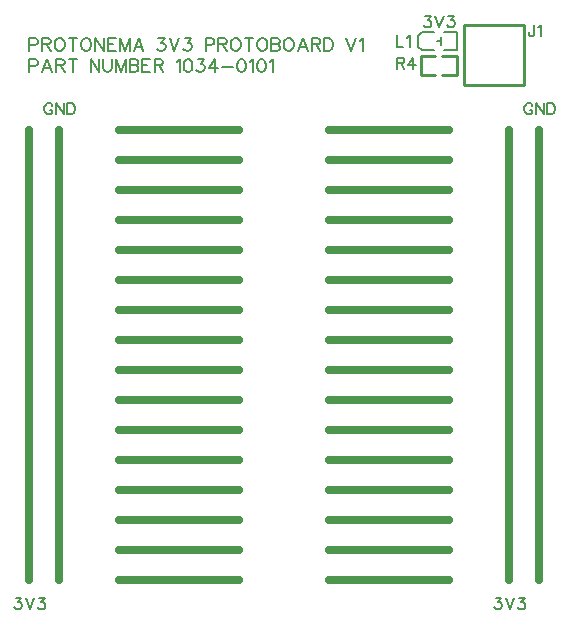
<source format=gto>
G04 Layer: TopSilkscreenLayer*
G04 EasyEDA v6.5.29, 2023-07-20 18:43:14*
G04 584fbfd00d72432697d27f506c2f3648,5a6b42c53f6a479593ecc07194224c93,10*
G04 Gerber Generator version 0.2*
G04 Scale: 100 percent, Rotated: No, Reflected: No *
G04 Dimensions in millimeters *
G04 leading zeros omitted , absolute positions ,4 integer and 5 decimal *
%FSLAX45Y45*%
%MOMM*%

%ADD10C,0.1524*%
%ADD11C,0.6350*%
%ADD12C,0.1500*%
%ADD13C,0.2540*%

%LPD*%
D10*
X762000Y5423915D02*
G01*
X762000Y5314950D01*
X762000Y5423915D02*
G01*
X808736Y5423915D01*
X824229Y5418836D01*
X829563Y5413502D01*
X834644Y5403087D01*
X834644Y5387594D01*
X829563Y5377179D01*
X824229Y5372100D01*
X808736Y5366765D01*
X762000Y5366765D01*
X910589Y5423915D02*
G01*
X868934Y5314950D01*
X910589Y5423915D02*
G01*
X952245Y5314950D01*
X884681Y5351271D02*
G01*
X936497Y5351271D01*
X986536Y5423915D02*
G01*
X986536Y5314950D01*
X986536Y5423915D02*
G01*
X1033271Y5423915D01*
X1048765Y5418836D01*
X1054100Y5413502D01*
X1059179Y5403087D01*
X1059179Y5392673D01*
X1054100Y5382260D01*
X1048765Y5377179D01*
X1033271Y5372100D01*
X986536Y5372100D01*
X1022857Y5372100D02*
G01*
X1059179Y5314950D01*
X1129792Y5423915D02*
G01*
X1129792Y5314950D01*
X1093470Y5423915D02*
G01*
X1166113Y5423915D01*
X1280413Y5423915D02*
G01*
X1280413Y5314950D01*
X1280413Y5423915D02*
G01*
X1353312Y5314950D01*
X1353312Y5423915D02*
G01*
X1353312Y5314950D01*
X1387602Y5423915D02*
G01*
X1387602Y5345937D01*
X1392681Y5330444D01*
X1403095Y5320029D01*
X1418589Y5314950D01*
X1429004Y5314950D01*
X1444752Y5320029D01*
X1455165Y5330444D01*
X1460245Y5345937D01*
X1460245Y5423915D01*
X1494536Y5423915D02*
G01*
X1494536Y5314950D01*
X1494536Y5423915D02*
G01*
X1536192Y5314950D01*
X1577594Y5423915D02*
G01*
X1536192Y5314950D01*
X1577594Y5423915D02*
G01*
X1577594Y5314950D01*
X1611884Y5423915D02*
G01*
X1611884Y5314950D01*
X1611884Y5423915D02*
G01*
X1658620Y5423915D01*
X1674368Y5418836D01*
X1679447Y5413502D01*
X1684781Y5403087D01*
X1684781Y5392673D01*
X1679447Y5382260D01*
X1674368Y5377179D01*
X1658620Y5372100D01*
X1611884Y5372100D02*
G01*
X1658620Y5372100D01*
X1674368Y5366765D01*
X1679447Y5361686D01*
X1684781Y5351271D01*
X1684781Y5335523D01*
X1679447Y5325110D01*
X1674368Y5320029D01*
X1658620Y5314950D01*
X1611884Y5314950D01*
X1719071Y5423915D02*
G01*
X1719071Y5314950D01*
X1719071Y5423915D02*
G01*
X1786636Y5423915D01*
X1719071Y5372100D02*
G01*
X1760473Y5372100D01*
X1719071Y5314950D02*
G01*
X1786636Y5314950D01*
X1820926Y5423915D02*
G01*
X1820926Y5314950D01*
X1820926Y5423915D02*
G01*
X1867662Y5423915D01*
X1883155Y5418836D01*
X1888489Y5413502D01*
X1893570Y5403087D01*
X1893570Y5392673D01*
X1888489Y5382260D01*
X1883155Y5377179D01*
X1867662Y5372100D01*
X1820926Y5372100D01*
X1857247Y5372100D02*
G01*
X1893570Y5314950D01*
X2007870Y5403087D02*
G01*
X2018284Y5408421D01*
X2033777Y5423915D01*
X2033777Y5314950D01*
X2099309Y5423915D02*
G01*
X2083815Y5418836D01*
X2073402Y5403087D01*
X2068068Y5377179D01*
X2068068Y5361686D01*
X2073402Y5335523D01*
X2083815Y5320029D01*
X2099309Y5314950D01*
X2109724Y5314950D01*
X2125218Y5320029D01*
X2135631Y5335523D01*
X2140965Y5361686D01*
X2140965Y5377179D01*
X2135631Y5403087D01*
X2125218Y5418836D01*
X2109724Y5423915D01*
X2099309Y5423915D01*
X2185670Y5423915D02*
G01*
X2242820Y5423915D01*
X2211577Y5382260D01*
X2227072Y5382260D01*
X2237486Y5377179D01*
X2242820Y5372100D01*
X2247900Y5356352D01*
X2247900Y5345937D01*
X2242820Y5330444D01*
X2232406Y5320029D01*
X2216658Y5314950D01*
X2201163Y5314950D01*
X2185670Y5320029D01*
X2180336Y5325110D01*
X2175256Y5335523D01*
X2334259Y5423915D02*
G01*
X2282190Y5351271D01*
X2360168Y5351271D01*
X2334259Y5423915D02*
G01*
X2334259Y5314950D01*
X2394458Y5361686D02*
G01*
X2487929Y5361686D01*
X2553461Y5423915D02*
G01*
X2537713Y5418836D01*
X2527300Y5403087D01*
X2522220Y5377179D01*
X2522220Y5361686D01*
X2527300Y5335523D01*
X2537713Y5320029D01*
X2553461Y5314950D01*
X2563875Y5314950D01*
X2579370Y5320029D01*
X2589784Y5335523D01*
X2594863Y5361686D01*
X2594863Y5377179D01*
X2589784Y5403087D01*
X2579370Y5418836D01*
X2563875Y5423915D01*
X2553461Y5423915D01*
X2629154Y5403087D02*
G01*
X2639568Y5408421D01*
X2655315Y5423915D01*
X2655315Y5314950D01*
X2720593Y5423915D02*
G01*
X2705100Y5418836D01*
X2694686Y5403087D01*
X2689606Y5377179D01*
X2689606Y5361686D01*
X2694686Y5335523D01*
X2705100Y5320029D01*
X2720593Y5314950D01*
X2731008Y5314950D01*
X2746756Y5320029D01*
X2757170Y5335523D01*
X2762250Y5361686D01*
X2762250Y5377179D01*
X2757170Y5403087D01*
X2746756Y5418836D01*
X2731008Y5423915D01*
X2720593Y5423915D01*
X2796540Y5403087D02*
G01*
X2806954Y5408421D01*
X2822447Y5423915D01*
X2822447Y5314950D01*
X762000Y5601715D02*
G01*
X762000Y5492750D01*
X762000Y5601715D02*
G01*
X808736Y5601715D01*
X824229Y5596636D01*
X829563Y5591302D01*
X834644Y5580887D01*
X834644Y5565394D01*
X829563Y5554979D01*
X824229Y5549900D01*
X808736Y5544565D01*
X762000Y5544565D01*
X868934Y5601715D02*
G01*
X868934Y5492750D01*
X868934Y5601715D02*
G01*
X915670Y5601715D01*
X931418Y5596636D01*
X936497Y5591302D01*
X941831Y5580887D01*
X941831Y5570473D01*
X936497Y5560060D01*
X931418Y5554979D01*
X915670Y5549900D01*
X868934Y5549900D01*
X905510Y5549900D02*
G01*
X941831Y5492750D01*
X1007110Y5601715D02*
G01*
X996950Y5596636D01*
X986536Y5586221D01*
X981202Y5575807D01*
X976121Y5560060D01*
X976121Y5534152D01*
X981202Y5518657D01*
X986536Y5508244D01*
X996950Y5497829D01*
X1007110Y5492750D01*
X1027937Y5492750D01*
X1038352Y5497829D01*
X1048765Y5508244D01*
X1054100Y5518657D01*
X1059179Y5534152D01*
X1059179Y5560060D01*
X1054100Y5575807D01*
X1048765Y5586221D01*
X1038352Y5596636D01*
X1027937Y5601715D01*
X1007110Y5601715D01*
X1129792Y5601715D02*
G01*
X1129792Y5492750D01*
X1093470Y5601715D02*
G01*
X1166113Y5601715D01*
X1231645Y5601715D02*
G01*
X1221231Y5596636D01*
X1210818Y5586221D01*
X1205737Y5575807D01*
X1200404Y5560060D01*
X1200404Y5534152D01*
X1205737Y5518657D01*
X1210818Y5508244D01*
X1221231Y5497829D01*
X1231645Y5492750D01*
X1252473Y5492750D01*
X1262887Y5497829D01*
X1273302Y5508244D01*
X1278381Y5518657D01*
X1283715Y5534152D01*
X1283715Y5560060D01*
X1278381Y5575807D01*
X1273302Y5586221D01*
X1262887Y5596636D01*
X1252473Y5601715D01*
X1231645Y5601715D01*
X1318005Y5601715D02*
G01*
X1318005Y5492750D01*
X1318005Y5601715D02*
G01*
X1390650Y5492750D01*
X1390650Y5601715D02*
G01*
X1390650Y5492750D01*
X1424939Y5601715D02*
G01*
X1424939Y5492750D01*
X1424939Y5601715D02*
G01*
X1492504Y5601715D01*
X1424939Y5549900D02*
G01*
X1466595Y5549900D01*
X1424939Y5492750D02*
G01*
X1492504Y5492750D01*
X1526794Y5601715D02*
G01*
X1526794Y5492750D01*
X1526794Y5601715D02*
G01*
X1568450Y5492750D01*
X1609852Y5601715D02*
G01*
X1568450Y5492750D01*
X1609852Y5601715D02*
G01*
X1609852Y5492750D01*
X1685797Y5601715D02*
G01*
X1644142Y5492750D01*
X1685797Y5601715D02*
G01*
X1727200Y5492750D01*
X1659889Y5529071D02*
G01*
X1711705Y5529071D01*
X1851913Y5601715D02*
G01*
X1909063Y5601715D01*
X1878076Y5560060D01*
X1893570Y5560060D01*
X1903984Y5554979D01*
X1909063Y5549900D01*
X1914397Y5534152D01*
X1914397Y5523737D01*
X1909063Y5508244D01*
X1898650Y5497829D01*
X1883155Y5492750D01*
X1867662Y5492750D01*
X1851913Y5497829D01*
X1846834Y5502910D01*
X1841500Y5513323D01*
X1948688Y5601715D02*
G01*
X1990090Y5492750D01*
X2031745Y5601715D02*
G01*
X1990090Y5492750D01*
X2076450Y5601715D02*
G01*
X2133600Y5601715D01*
X2102358Y5560060D01*
X2118106Y5560060D01*
X2128520Y5554979D01*
X2133600Y5549900D01*
X2138679Y5534152D01*
X2138679Y5523737D01*
X2133600Y5508244D01*
X2123186Y5497829D01*
X2107691Y5492750D01*
X2091943Y5492750D01*
X2076450Y5497829D01*
X2071370Y5502910D01*
X2066036Y5513323D01*
X2252979Y5601715D02*
G01*
X2252979Y5492750D01*
X2252979Y5601715D02*
G01*
X2299970Y5601715D01*
X2315463Y5596636D01*
X2320543Y5591302D01*
X2325877Y5580887D01*
X2325877Y5565394D01*
X2320543Y5554979D01*
X2315463Y5549900D01*
X2299970Y5544565D01*
X2252979Y5544565D01*
X2360168Y5601715D02*
G01*
X2360168Y5492750D01*
X2360168Y5601715D02*
G01*
X2406904Y5601715D01*
X2422397Y5596636D01*
X2427731Y5591302D01*
X2432811Y5580887D01*
X2432811Y5570473D01*
X2427731Y5560060D01*
X2422397Y5554979D01*
X2406904Y5549900D01*
X2360168Y5549900D01*
X2396490Y5549900D02*
G01*
X2432811Y5492750D01*
X2498343Y5601715D02*
G01*
X2487929Y5596636D01*
X2477515Y5586221D01*
X2472436Y5575807D01*
X2467102Y5560060D01*
X2467102Y5534152D01*
X2472436Y5518657D01*
X2477515Y5508244D01*
X2487929Y5497829D01*
X2498343Y5492750D01*
X2519172Y5492750D01*
X2529586Y5497829D01*
X2540000Y5508244D01*
X2545079Y5518657D01*
X2550159Y5534152D01*
X2550159Y5560060D01*
X2545079Y5575807D01*
X2540000Y5586221D01*
X2529586Y5596636D01*
X2519172Y5601715D01*
X2498343Y5601715D01*
X2621025Y5601715D02*
G01*
X2621025Y5492750D01*
X2584450Y5601715D02*
G01*
X2657347Y5601715D01*
X2722879Y5601715D02*
G01*
X2712465Y5596636D01*
X2702052Y5586221D01*
X2696718Y5575807D01*
X2691638Y5560060D01*
X2691638Y5534152D01*
X2696718Y5518657D01*
X2702052Y5508244D01*
X2712465Y5497829D01*
X2722879Y5492750D01*
X2743454Y5492750D01*
X2753868Y5497829D01*
X2764281Y5508244D01*
X2769615Y5518657D01*
X2774695Y5534152D01*
X2774695Y5560060D01*
X2769615Y5575807D01*
X2764281Y5586221D01*
X2753868Y5596636D01*
X2743454Y5601715D01*
X2722879Y5601715D01*
X2808986Y5601715D02*
G01*
X2808986Y5492750D01*
X2808986Y5601715D02*
G01*
X2855722Y5601715D01*
X2871470Y5596636D01*
X2876550Y5591302D01*
X2881629Y5580887D01*
X2881629Y5570473D01*
X2876550Y5560060D01*
X2871470Y5554979D01*
X2855722Y5549900D01*
X2808986Y5549900D02*
G01*
X2855722Y5549900D01*
X2871470Y5544565D01*
X2876550Y5539486D01*
X2881629Y5529071D01*
X2881629Y5513323D01*
X2876550Y5502910D01*
X2871470Y5497829D01*
X2855722Y5492750D01*
X2808986Y5492750D01*
X2947161Y5601715D02*
G01*
X2936747Y5596636D01*
X2926334Y5586221D01*
X2921254Y5575807D01*
X2915920Y5560060D01*
X2915920Y5534152D01*
X2921254Y5518657D01*
X2926334Y5508244D01*
X2936747Y5497829D01*
X2947161Y5492750D01*
X2967990Y5492750D01*
X2978404Y5497829D01*
X2988818Y5508244D01*
X2993897Y5518657D01*
X2999231Y5534152D01*
X2999231Y5560060D01*
X2993897Y5575807D01*
X2988818Y5586221D01*
X2978404Y5596636D01*
X2967990Y5601715D01*
X2947161Y5601715D01*
X3074924Y5601715D02*
G01*
X3033522Y5492750D01*
X3074924Y5601715D02*
G01*
X3116579Y5492750D01*
X3049015Y5529071D02*
G01*
X3101086Y5529071D01*
X3150870Y5601715D02*
G01*
X3150870Y5492750D01*
X3150870Y5601715D02*
G01*
X3197606Y5601715D01*
X3213100Y5596636D01*
X3218434Y5591302D01*
X3223513Y5580887D01*
X3223513Y5570473D01*
X3218434Y5560060D01*
X3213100Y5554979D01*
X3197606Y5549900D01*
X3150870Y5549900D01*
X3187191Y5549900D02*
G01*
X3223513Y5492750D01*
X3257804Y5601715D02*
G01*
X3257804Y5492750D01*
X3257804Y5601715D02*
G01*
X3294379Y5601715D01*
X3309874Y5596636D01*
X3320288Y5586221D01*
X3325368Y5575807D01*
X3330702Y5560060D01*
X3330702Y5534152D01*
X3325368Y5518657D01*
X3320288Y5508244D01*
X3309874Y5497829D01*
X3294379Y5492750D01*
X3257804Y5492750D01*
X3445002Y5601715D02*
G01*
X3486404Y5492750D01*
X3528059Y5601715D02*
G01*
X3486404Y5492750D01*
X3562350Y5580887D02*
G01*
X3572763Y5586221D01*
X3588258Y5601715D01*
X3588258Y5492750D01*
X5021138Y5031231D02*
G01*
X5016566Y5040121D01*
X5007676Y5049265D01*
X4998532Y5053837D01*
X4980244Y5053837D01*
X4971354Y5049265D01*
X4962210Y5040121D01*
X4957638Y5031231D01*
X4953066Y5017515D01*
X4953066Y4994910D01*
X4957638Y4981194D01*
X4962210Y4972050D01*
X4971354Y4962905D01*
X4980244Y4958334D01*
X4998532Y4958334D01*
X5007676Y4962905D01*
X5016566Y4972050D01*
X5021138Y4981194D01*
X5021138Y4994910D01*
X4998532Y4994910D02*
G01*
X5021138Y4994910D01*
X5051364Y5053837D02*
G01*
X5051364Y4958334D01*
X5051364Y5053837D02*
G01*
X5114864Y4958334D01*
X5114864Y5053837D02*
G01*
X5114864Y4958334D01*
X5144836Y5053837D02*
G01*
X5144836Y4958334D01*
X5144836Y5053837D02*
G01*
X5176586Y5053837D01*
X5190302Y5049265D01*
X5199446Y5040121D01*
X5204018Y5031231D01*
X5208590Y5017515D01*
X5208590Y4994910D01*
X5204018Y4981194D01*
X5199446Y4972050D01*
X5190302Y4962905D01*
X5176586Y4958334D01*
X5144836Y4958334D01*
X4708199Y862832D02*
G01*
X4758237Y862832D01*
X4730805Y826510D01*
X4744521Y826510D01*
X4753665Y821938D01*
X4758237Y817366D01*
X4762809Y803904D01*
X4762809Y794760D01*
X4758237Y781044D01*
X4749093Y771900D01*
X4735377Y767328D01*
X4721661Y767328D01*
X4708199Y771900D01*
X4703627Y776472D01*
X4699055Y785616D01*
X4792781Y862832D02*
G01*
X4829103Y767328D01*
X4865425Y862832D02*
G01*
X4829103Y767328D01*
X4904541Y862832D02*
G01*
X4954579Y862832D01*
X4927147Y826510D01*
X4940863Y826510D01*
X4950007Y821938D01*
X4954579Y817366D01*
X4959151Y803904D01*
X4959151Y794760D01*
X4954579Y781044D01*
X4945435Y771900D01*
X4931719Y767328D01*
X4918257Y767328D01*
X4904541Y771900D01*
X4899969Y776472D01*
X4895397Y785616D01*
X644210Y862835D02*
G01*
X694248Y862835D01*
X666816Y826513D01*
X680532Y826513D01*
X689676Y821941D01*
X694248Y817369D01*
X698820Y803907D01*
X698820Y794763D01*
X694248Y781047D01*
X685104Y771903D01*
X671388Y767331D01*
X657672Y767331D01*
X644210Y771903D01*
X639638Y776475D01*
X635066Y785619D01*
X728792Y862835D02*
G01*
X765114Y767331D01*
X801436Y862835D02*
G01*
X765114Y767331D01*
X840552Y862835D02*
G01*
X890590Y862835D01*
X863158Y826513D01*
X876874Y826513D01*
X886018Y821941D01*
X890590Y817369D01*
X895162Y803907D01*
X895162Y794763D01*
X890590Y781047D01*
X881446Y771903D01*
X867730Y767331D01*
X854268Y767331D01*
X840552Y771903D01*
X835980Y776475D01*
X831408Y785619D01*
X957145Y5031257D02*
G01*
X952576Y5040147D01*
X943688Y5049291D01*
X934542Y5053863D01*
X916256Y5053863D01*
X907361Y5049291D01*
X898222Y5040147D01*
X893645Y5031257D01*
X889076Y5017541D01*
X889076Y4994935D01*
X893645Y4981219D01*
X898222Y4972075D01*
X907361Y4962931D01*
X916256Y4958359D01*
X934542Y4958359D01*
X943688Y4962931D01*
X952576Y4972075D01*
X957145Y4981219D01*
X957145Y4994935D01*
X934542Y4994935D02*
G01*
X957145Y4994935D01*
X987374Y5053863D02*
G01*
X987374Y4958359D01*
X987374Y5053863D02*
G01*
X1050874Y4958359D01*
X1050874Y5053863D02*
G01*
X1050874Y4958359D01*
X1080846Y5053863D02*
G01*
X1080846Y4958359D01*
X1080846Y5053863D02*
G01*
X1112596Y5053863D01*
X1126312Y5049291D01*
X1135458Y5040147D01*
X1140028Y5031257D01*
X1144597Y5017541D01*
X1144597Y4994935D01*
X1140028Y4981219D01*
X1135458Y4972075D01*
X1126312Y4962931D01*
X1112596Y4958359D01*
X1080846Y4958359D01*
X4111243Y5790437D02*
G01*
X4161281Y5790437D01*
X4133850Y5754115D01*
X4147565Y5754115D01*
X4156709Y5749544D01*
X4161281Y5744971D01*
X4165854Y5731510D01*
X4165854Y5722365D01*
X4161281Y5708650D01*
X4152138Y5699505D01*
X4138422Y5694934D01*
X4124706Y5694934D01*
X4111243Y5699505D01*
X4106672Y5704078D01*
X4102100Y5713221D01*
X4195825Y5790437D02*
G01*
X4232147Y5694934D01*
X4268470Y5790437D02*
G01*
X4232147Y5694934D01*
X4307586Y5790437D02*
G01*
X4357624Y5790437D01*
X4330191Y5754115D01*
X4343908Y5754115D01*
X4353052Y5749544D01*
X4357624Y5744971D01*
X4362195Y5731510D01*
X4362195Y5722365D01*
X4357624Y5708650D01*
X4348479Y5699505D01*
X4334763Y5694934D01*
X4321302Y5694934D01*
X4307586Y5699505D01*
X4303013Y5704078D01*
X4298441Y5713221D01*
X5036565Y5714237D02*
G01*
X5036565Y5641594D01*
X5031993Y5627878D01*
X5027422Y5623305D01*
X5018277Y5618734D01*
X5009388Y5618734D01*
X5000243Y5623305D01*
X4995672Y5627878D01*
X4991100Y5641594D01*
X4991100Y5650737D01*
X5066538Y5696204D02*
G01*
X5075681Y5700776D01*
X5089397Y5714237D01*
X5089397Y5618734D01*
X3873500Y5625337D02*
G01*
X3873500Y5529834D01*
X3873500Y5529834D02*
G01*
X3928109Y5529834D01*
X3958081Y5607304D02*
G01*
X3967225Y5611876D01*
X3980688Y5625337D01*
X3980688Y5529834D01*
X3873500Y5434837D02*
G01*
X3873500Y5339334D01*
X3873500Y5434837D02*
G01*
X3914393Y5434837D01*
X3928109Y5430265D01*
X3932681Y5425694D01*
X3937254Y5416804D01*
X3937254Y5407660D01*
X3932681Y5398515D01*
X3928109Y5393944D01*
X3914393Y5389371D01*
X3873500Y5389371D01*
X3905250Y5389371D02*
G01*
X3937254Y5339334D01*
X4012691Y5434837D02*
G01*
X3967225Y5371337D01*
X4035297Y5371337D01*
X4012691Y5434837D02*
G01*
X4012691Y5339334D01*
D11*
X3301926Y1016002D02*
G01*
X4317926Y1016002D01*
X3301926Y1270002D02*
G01*
X4317926Y1270002D01*
X3301926Y1523994D02*
G01*
X4317926Y1523994D01*
X3302000Y1777994D02*
G01*
X4317987Y1777994D01*
X1523931Y1016002D02*
G01*
X2539926Y1016002D01*
X1523931Y1270002D02*
G01*
X2539926Y1270002D01*
X1523931Y1523994D02*
G01*
X2539926Y1523994D01*
X1524000Y1777994D02*
G01*
X2540000Y1777994D01*
X3301926Y2031997D02*
G01*
X4317926Y2031997D01*
X3301926Y2285997D02*
G01*
X4317926Y2285997D01*
X3301926Y2539989D02*
G01*
X4317926Y2539989D01*
X3302000Y2793989D02*
G01*
X4317987Y2793989D01*
X1523931Y2031997D02*
G01*
X2539926Y2031997D01*
X1523931Y2285997D02*
G01*
X2539926Y2285997D01*
X1523931Y2539989D02*
G01*
X2539926Y2539989D01*
X1524000Y2793989D02*
G01*
X2540000Y2793989D01*
X3301926Y3047997D02*
G01*
X4317926Y3047997D01*
X3301926Y3301997D02*
G01*
X4317926Y3301997D01*
X3301926Y3555989D02*
G01*
X4317926Y3555989D01*
X3302000Y3809989D02*
G01*
X4317987Y3809989D01*
X1523931Y3047997D02*
G01*
X2539926Y3047997D01*
X1523931Y3301997D02*
G01*
X2539926Y3301997D01*
X1523931Y3555989D02*
G01*
X2539926Y3555989D01*
X1524000Y3809989D02*
G01*
X2540000Y3809989D01*
X3301926Y4063992D02*
G01*
X4317923Y4063992D01*
X3301926Y4317992D02*
G01*
X4317923Y4317992D01*
X3301926Y4571989D02*
G01*
X4317923Y4571989D01*
X3301994Y4825989D02*
G01*
X4317992Y4825989D01*
X1523928Y4063992D02*
G01*
X2539926Y4063992D01*
X1523928Y4317992D02*
G01*
X2539926Y4317992D01*
X1523928Y4571989D02*
G01*
X2539926Y4571989D01*
X1523997Y4825989D02*
G01*
X2539994Y4825989D01*
X761997Y4825989D02*
G01*
X761997Y1015997D01*
X1015997Y4825989D02*
G01*
X1015997Y1015997D01*
X4825989Y4825989D02*
G01*
X4825989Y1015997D01*
X5079989Y4825989D02*
G01*
X5079989Y1015997D01*
D12*
X4246100Y5575523D02*
G01*
X4212099Y5575523D01*
X4054093Y5540296D02*
G01*
X4054093Y5530293D01*
X4084088Y5500291D01*
X4269094Y5650298D02*
G01*
X4384095Y5650298D01*
X4269094Y5500291D02*
G01*
X4384095Y5500291D01*
X4189095Y5650298D02*
G01*
X4084088Y5650298D01*
X4189095Y5500291D02*
G01*
X4084088Y5500291D01*
X4384095Y5650285D02*
G01*
X4384095Y5502295D01*
X4054093Y5610288D02*
G01*
X4054093Y5540296D01*
X4054093Y5610288D02*
G01*
X4054093Y5620303D01*
X4084088Y5650298D01*
X4246100Y5610296D02*
G01*
X4246100Y5542297D01*
D13*
X4074038Y5291587D02*
G01*
X4074038Y5451591D01*
X4384095Y5292097D02*
G01*
X4384095Y5452102D01*
X4199034Y5451591D02*
G01*
X4074038Y5451591D01*
X4199034Y5291587D02*
G01*
X4074038Y5291587D01*
X4259092Y5452102D02*
G01*
X4384095Y5452102D01*
X4259092Y5292097D02*
G01*
X4384095Y5292097D01*
X4445000Y5715000D02*
G01*
X4953000Y5715000D01*
X4953000Y5207000D01*
X4445000Y5207000D01*
X4445000Y5715000D01*
M02*

</source>
